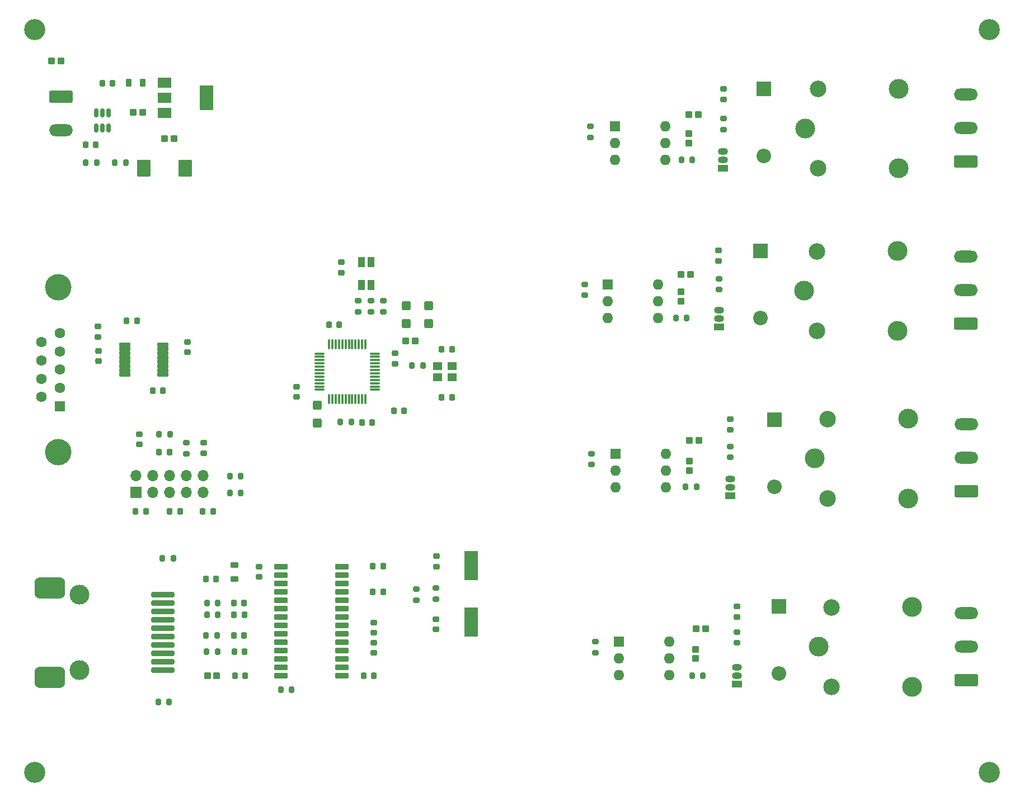
<source format=gbr>
%TF.GenerationSoftware,KiCad,Pcbnew,7.0.10*%
%TF.CreationDate,2025-05-21T01:52:54+02:00*%
%TF.ProjectId,LoadController,4c6f6164-436f-46e7-9472-6f6c6c65722e,rev?*%
%TF.SameCoordinates,Original*%
%TF.FileFunction,Soldermask,Top*%
%TF.FilePolarity,Negative*%
%FSLAX46Y46*%
G04 Gerber Fmt 4.6, Leading zero omitted, Abs format (unit mm)*
G04 Created by KiCad (PCBNEW 7.0.10) date 2025-05-21 01:52:54*
%MOMM*%
%LPD*%
G01*
G04 APERTURE LIST*
G04 Aperture macros list*
%AMRoundRect*
0 Rectangle with rounded corners*
0 $1 Rounding radius*
0 $2 $3 $4 $5 $6 $7 $8 $9 X,Y pos of 4 corners*
0 Add a 4 corners polygon primitive as box body*
4,1,4,$2,$3,$4,$5,$6,$7,$8,$9,$2,$3,0*
0 Add four circle primitives for the rounded corners*
1,1,$1+$1,$2,$3*
1,1,$1+$1,$4,$5*
1,1,$1+$1,$6,$7*
1,1,$1+$1,$8,$9*
0 Add four rect primitives between the rounded corners*
20,1,$1+$1,$2,$3,$4,$5,0*
20,1,$1+$1,$4,$5,$6,$7,0*
20,1,$1+$1,$6,$7,$8,$9,0*
20,1,$1+$1,$8,$9,$2,$3,0*%
G04 Aperture macros list end*
%ADD10C,3.200000*%
%ADD11RoundRect,0.250000X0.425000X-0.450000X0.425000X0.450000X-0.425000X0.450000X-0.425000X-0.450000X0*%
%ADD12RoundRect,0.250000X-0.425000X0.450000X-0.425000X-0.450000X0.425000X-0.450000X0.425000X0.450000X0*%
%ADD13RoundRect,0.218750X0.218750X0.256250X-0.218750X0.256250X-0.218750X-0.256250X0.218750X-0.256250X0*%
%ADD14RoundRect,0.200000X0.200000X0.275000X-0.200000X0.275000X-0.200000X-0.275000X0.200000X-0.275000X0*%
%ADD15RoundRect,0.200000X0.275000X-0.200000X0.275000X0.200000X-0.275000X0.200000X-0.275000X-0.200000X0*%
%ADD16RoundRect,0.250000X-0.287500X-0.275000X0.287500X-0.275000X0.287500X0.275000X-0.287500X0.275000X0*%
%ADD17RoundRect,0.225000X-0.225000X-0.250000X0.225000X-0.250000X0.225000X0.250000X-0.225000X0.250000X0*%
%ADD18RoundRect,0.225000X-0.250000X0.225000X-0.250000X-0.225000X0.250000X-0.225000X0.250000X0.225000X0*%
%ADD19RoundRect,0.218750X0.256250X-0.218750X0.256250X0.218750X-0.256250X0.218750X-0.256250X-0.218750X0*%
%ADD20RoundRect,0.225000X0.225000X0.250000X-0.225000X0.250000X-0.225000X-0.250000X0.225000X-0.250000X0*%
%ADD21RoundRect,0.250000X0.287500X0.275000X-0.287500X0.275000X-0.287500X-0.275000X0.287500X-0.275000X0*%
%ADD22R,1.600000X1.600000*%
%ADD23O,1.600000X1.600000*%
%ADD24R,2.000000X1.500000*%
%ADD25R,2.000000X3.800000*%
%ADD26RoundRect,0.075000X0.075000X0.662500X-0.075000X0.662500X-0.075000X-0.662500X0.075000X-0.662500X0*%
%ADD27RoundRect,0.075000X0.662500X0.075000X-0.662500X0.075000X-0.662500X-0.075000X0.662500X-0.075000X0*%
%ADD28R,2.200000X2.200000*%
%ADD29O,2.200000X2.200000*%
%ADD30O,1.700000X1.700000*%
%ADD31R,1.700000X1.700000*%
%ADD32R,1.400000X1.200000*%
%ADD33RoundRect,0.200000X-0.200000X-0.275000X0.200000X-0.275000X0.200000X0.275000X-0.200000X0.275000X0*%
%ADD34R,2.000000X4.500000*%
%ADD35RoundRect,0.250000X-0.787500X-1.025000X0.787500X-1.025000X0.787500X1.025000X-0.787500X1.025000X0*%
%ADD36RoundRect,0.250000X1.550000X-0.650000X1.550000X0.650000X-1.550000X0.650000X-1.550000X-0.650000X0*%
%ADD37O,3.600000X1.800000*%
%ADD38RoundRect,0.225000X0.250000X-0.225000X0.250000X0.225000X-0.250000X0.225000X-0.250000X-0.225000X0*%
%ADD39RoundRect,0.200000X-0.275000X0.200000X-0.275000X-0.200000X0.275000X-0.200000X0.275000X0.200000X0*%
%ADD40RoundRect,0.218750X-0.218750X-0.381250X0.218750X-0.381250X0.218750X0.381250X-0.218750X0.381250X0*%
%ADD41RoundRect,0.250000X-0.275000X0.287500X-0.275000X-0.287500X0.275000X-0.287500X0.275000X0.287500X0*%
%ADD42RoundRect,0.218750X-0.218750X-0.256250X0.218750X-0.256250X0.218750X0.256250X-0.218750X0.256250X0*%
%ADD43RoundRect,0.076750X-0.775250X-0.230250X0.775250X-0.230250X0.775250X0.230250X-0.775250X0.230250X0*%
%ADD44R,1.500000X1.050000*%
%ADD45O,1.500000X1.050000*%
%ADD46R,1.000000X1.500000*%
%ADD47C,3.000000*%
%ADD48C,2.500000*%
%ADD49C,4.000000*%
%ADD50C,1.600000*%
%ADD51RoundRect,0.200000X1.550000X0.200000X-1.550000X0.200000X-1.550000X-0.200000X1.550000X-0.200000X0*%
%ADD52RoundRect,0.815000X1.485000X0.815000X-1.485000X0.815000X-1.485000X-0.815000X1.485000X-0.815000X0*%
%ADD53RoundRect,0.250000X-1.550000X0.650000X-1.550000X-0.650000X1.550000X-0.650000X1.550000X0.650000X0*%
%ADD54RoundRect,0.100500X-0.951500X-0.301500X0.951500X-0.301500X0.951500X0.301500X-0.951500X0.301500X0*%
%ADD55RoundRect,0.218750X-0.381250X0.218750X-0.381250X-0.218750X0.381250X-0.218750X0.381250X0.218750X0*%
%ADD56RoundRect,0.150000X-0.150000X0.512500X-0.150000X-0.512500X0.150000X-0.512500X0.150000X0.512500X0*%
G04 APERTURE END LIST*
D10*
%TO.C,H4*%
X199125000Y-150750000D03*
%TD*%
%TO.C,H3*%
X54750000Y-150750000D03*
%TD*%
%TO.C,H2*%
X199125000Y-38250000D03*
%TD*%
%TO.C,H1*%
X54750000Y-38250000D03*
%TD*%
D11*
%TO.C,C25*%
X110905000Y-80100000D03*
X110905000Y-82800000D03*
%TD*%
%TO.C,C24*%
X114305000Y-80075000D03*
X114305000Y-82775000D03*
%TD*%
D12*
%TO.C,C16*%
X97450000Y-97800000D03*
X97450000Y-95100000D03*
%TD*%
D13*
%TO.C,D5*%
X75087500Y-102275000D03*
X73512500Y-102275000D03*
%TD*%
D14*
%TO.C,R6*%
X82430000Y-126895000D03*
X80780000Y-126895000D03*
%TD*%
D15*
%TO.C,R23*%
X158249999Y-77629999D03*
X158249999Y-75979999D03*
%TD*%
D16*
%TO.C,C34*%
X153775000Y-100505000D03*
X155200000Y-100505000D03*
%TD*%
D17*
%TO.C,C7*%
X105875000Y-123370000D03*
X107425000Y-123370000D03*
%TD*%
D18*
%TO.C,C23*%
X70550000Y-101050000D03*
X70550000Y-99500000D03*
%TD*%
D17*
%TO.C,C10*%
X80612500Y-121475000D03*
X82162500Y-121475000D03*
%TD*%
D13*
%TO.C,D4*%
X76687500Y-111250000D03*
X75112500Y-111250000D03*
%TD*%
D19*
%TO.C,D2*%
X80287500Y-102417500D03*
X80287500Y-100842500D03*
%TD*%
D20*
%TO.C,C40*%
X63975000Y-55700000D03*
X62425000Y-55700000D03*
%TD*%
D17*
%TO.C,C5*%
X105875000Y-119495000D03*
X107425000Y-119495000D03*
%TD*%
D15*
%TO.C,R30*%
X160942500Y-131120000D03*
X160942500Y-129470000D03*
%TD*%
D21*
%TO.C,L3*%
X110830000Y-85375000D03*
X112255000Y-85375000D03*
%TD*%
D18*
%TO.C,C26*%
X101145000Y-75030000D03*
X101145000Y-73480000D03*
%TD*%
D22*
%TO.C,U4*%
X141399999Y-76879999D03*
D23*
X141399999Y-79419999D03*
X141399999Y-81959999D03*
X149019999Y-81959999D03*
X149019999Y-79419999D03*
X149019999Y-76879999D03*
%TD*%
D17*
%TO.C,C4*%
X84830000Y-130045000D03*
X86380000Y-130045000D03*
%TD*%
D18*
%TO.C,C29*%
X64320000Y-86925000D03*
X64320000Y-88475000D03*
%TD*%
D15*
%TO.C,R14*%
X77687500Y-102475000D03*
X77687500Y-100825000D03*
%TD*%
%TO.C,R19*%
X137950000Y-78475000D03*
X137950000Y-76825000D03*
%TD*%
D24*
%TO.C,U9*%
X74375000Y-46275000D03*
X74375000Y-48575000D03*
D25*
X80675000Y-48575000D03*
D24*
X74375000Y-50875000D03*
%TD*%
D26*
%TO.C,U2*%
X104750000Y-94212500D03*
X104250000Y-94212500D03*
X103750000Y-94212500D03*
X103250000Y-94212500D03*
X102750000Y-94212500D03*
X102250000Y-94212500D03*
X101750000Y-94212500D03*
X101250000Y-94212500D03*
X100750000Y-94212500D03*
X100250000Y-94212500D03*
X99750000Y-94212500D03*
X99250000Y-94212500D03*
D27*
X97837500Y-92800000D03*
X97837500Y-92300000D03*
X97837500Y-91800000D03*
X97837500Y-91300000D03*
X97837500Y-90800000D03*
X97837500Y-90300000D03*
X97837500Y-89800000D03*
X97837500Y-89300000D03*
X97837500Y-88800000D03*
X97837500Y-88300000D03*
X97837500Y-87800000D03*
X97837500Y-87300000D03*
D26*
X99250000Y-85887500D03*
X99750000Y-85887500D03*
X100250000Y-85887500D03*
X100750000Y-85887500D03*
X101250000Y-85887500D03*
X101750000Y-85887500D03*
X102250000Y-85887500D03*
X102750000Y-85887500D03*
X103250000Y-85887500D03*
X103750000Y-85887500D03*
X104250000Y-85887500D03*
X104750000Y-85887500D03*
D27*
X106162500Y-87300000D03*
X106162500Y-87800000D03*
X106162500Y-88300000D03*
X106162500Y-88800000D03*
X106162500Y-89300000D03*
X106162500Y-89800000D03*
X106162500Y-90300000D03*
X106162500Y-90800000D03*
X106162500Y-91300000D03*
X106162500Y-91800000D03*
X106162500Y-92300000D03*
X106162500Y-92800000D03*
%TD*%
D15*
%TO.C,R26*%
X139525000Y-132625000D03*
X139525000Y-130975000D03*
%TD*%
D28*
%TO.C,D14*%
X167292500Y-125620000D03*
D29*
X167292500Y-135780000D03*
%TD*%
D30*
%TO.C,J3*%
X80197500Y-105835000D03*
X80197500Y-108375000D03*
X77657500Y-105835000D03*
X77657500Y-108375000D03*
X75117500Y-105835000D03*
X75117500Y-108375000D03*
X72577500Y-105835000D03*
X72577500Y-108375000D03*
X70037500Y-105835000D03*
D31*
X70037500Y-108375000D03*
%TD*%
D32*
%TO.C,Y2*%
X115630000Y-90900000D03*
X117830000Y-90900000D03*
X117830000Y-89200000D03*
X115630000Y-89200000D03*
%TD*%
D22*
%TO.C,U7*%
X143142500Y-130970000D03*
D23*
X143142500Y-133510000D03*
X143142500Y-136050000D03*
X150762500Y-136050000D03*
X150762500Y-133510000D03*
X150762500Y-130970000D03*
%TD*%
D17*
%TO.C,C6*%
X84915000Y-132475000D03*
X86465000Y-132475000D03*
%TD*%
%TO.C,C13*%
X85030000Y-136070000D03*
X86580000Y-136070000D03*
%TD*%
D33*
%TO.C,R9*%
X73400000Y-140100000D03*
X75050000Y-140100000D03*
%TD*%
D34*
%TO.C,Y1*%
X120712500Y-119450000D03*
X120712500Y-127950000D03*
%TD*%
D35*
%TO.C,C41*%
X71237500Y-59200000D03*
X77462500Y-59200000D03*
%TD*%
D36*
%TO.C,J5*%
X195592500Y-82805000D03*
D37*
X195592500Y-77725000D03*
X195592500Y-72645000D03*
%TD*%
D38*
%TO.C,C11*%
X105975000Y-129625000D03*
X105975000Y-128075000D03*
%TD*%
D28*
%TO.C,D13*%
X166625000Y-97300000D03*
D29*
X166625000Y-107460000D03*
%TD*%
D33*
%TO.C,R28*%
X154192500Y-136070000D03*
X155842500Y-136070000D03*
%TD*%
%TO.C,R10*%
X113430000Y-89150000D03*
X111780000Y-89150000D03*
%TD*%
D15*
%TO.C,R24*%
X158900000Y-53355000D03*
X158900000Y-51705000D03*
%TD*%
D39*
%TO.C,R3*%
X112412500Y-123000000D03*
X112412500Y-124650000D03*
%TD*%
D17*
%TO.C,C31*%
X72550000Y-92950000D03*
X74100000Y-92950000D03*
%TD*%
D40*
%TO.C,L8*%
X68950000Y-46275000D03*
X71075000Y-46275000D03*
%TD*%
D41*
%TO.C,L7*%
X153775000Y-103580000D03*
X153775000Y-105005000D03*
%TD*%
D14*
%TO.C,R7*%
X80780000Y-125095000D03*
X82430000Y-125095000D03*
%TD*%
D22*
%TO.C,U6*%
X142605000Y-102465000D03*
D23*
X142605000Y-105005000D03*
X142605000Y-107545000D03*
X150225000Y-107545000D03*
X150225000Y-105005000D03*
X150225000Y-102465000D03*
%TD*%
D38*
%TO.C,C20*%
X94300000Y-92300000D03*
X94300000Y-93850000D03*
%TD*%
D33*
%TO.C,R12*%
X84237500Y-105880000D03*
X85887500Y-105880000D03*
%TD*%
D42*
%TO.C,D3*%
X80112500Y-111250000D03*
X81687500Y-111250000D03*
%TD*%
D43*
%TO.C,U3*%
X68322500Y-85960750D03*
X68322500Y-86610750D03*
X68322500Y-87260750D03*
X68322500Y-87910750D03*
X68322500Y-88560750D03*
X68322500Y-89210750D03*
X68322500Y-89860750D03*
X68322500Y-90510750D03*
X74092500Y-90510750D03*
X74092500Y-89860750D03*
X74092500Y-89210750D03*
X74092500Y-88560750D03*
X74092500Y-87910750D03*
X74092500Y-87260750D03*
X74092500Y-86610750D03*
X74092500Y-85960750D03*
%TD*%
D33*
%TO.C,R8*%
X74050000Y-118325000D03*
X75700000Y-118325000D03*
%TD*%
D41*
%TO.C,L4*%
X153725000Y-54005000D03*
X153725000Y-55430000D03*
%TD*%
D18*
%TO.C,C12*%
X106000000Y-131100000D03*
X106000000Y-132650000D03*
%TD*%
D17*
%TO.C,C9*%
X84855000Y-125095000D03*
X86405000Y-125095000D03*
%TD*%
D18*
%TO.C,C3*%
X88655000Y-119595000D03*
X88655000Y-121145000D03*
%TD*%
D15*
%TO.C,R29*%
X159925000Y-103030000D03*
X159925000Y-101380000D03*
%TD*%
D44*
%TO.C,Q1*%
X158224999Y-83274999D03*
D45*
X158224999Y-82004999D03*
X158224999Y-80734999D03*
%TD*%
D20*
%TO.C,C30*%
X70170000Y-82375000D03*
X68620000Y-82375000D03*
%TD*%
D22*
%TO.C,U5*%
X142500000Y-52880000D03*
D23*
X142500000Y-55420000D03*
X142500000Y-57960000D03*
X150120000Y-57960000D03*
X150120000Y-55420000D03*
X150120000Y-52880000D03*
%TD*%
D19*
%TO.C,D11*%
X159925000Y-98855000D03*
X159925000Y-97280000D03*
%TD*%
D17*
%TO.C,C19*%
X100780000Y-82950000D03*
X99230000Y-82950000D03*
%TD*%
D46*
%TO.C,D6*%
X104170000Y-73430000D03*
X105570000Y-73430000D03*
X105570000Y-76930000D03*
X104170000Y-76930000D03*
%TD*%
D15*
%TO.C,R1*%
X115437500Y-124475000D03*
X115437500Y-122825000D03*
%TD*%
D29*
%TO.C,D10*%
X165000000Y-57335000D03*
D28*
X165000000Y-47175000D03*
%TD*%
D17*
%TO.C,C18*%
X116300000Y-86700000D03*
X117850000Y-86700000D03*
%TD*%
D21*
%TO.C,C37*%
X71025000Y-50775000D03*
X69600000Y-50775000D03*
%TD*%
D15*
%TO.C,R20*%
X138775000Y-54550000D03*
X138775000Y-52900000D03*
%TD*%
D33*
%TO.C,R31*%
X62425000Y-58350000D03*
X64075000Y-58350000D03*
%TD*%
D47*
%TO.C,K4*%
X173292500Y-131730000D03*
D48*
X175242500Y-137780000D03*
D47*
X187442500Y-137780000D03*
X187492500Y-125730000D03*
D48*
X175242500Y-125780000D03*
%TD*%
D47*
%TO.C,K3*%
X172700000Y-103180000D03*
D48*
X174650000Y-109230000D03*
D47*
X186850000Y-109230000D03*
X186900000Y-97180000D03*
D48*
X174650000Y-97230000D03*
%TD*%
D44*
%TO.C,Q4*%
X160967500Y-137360000D03*
D45*
X160967500Y-136090000D03*
X160967500Y-134820000D03*
%TD*%
D47*
%TO.C,K1*%
X171100000Y-77780000D03*
D48*
X173050000Y-83830000D03*
D47*
X185250000Y-83830000D03*
X185300000Y-71780000D03*
D48*
X173050000Y-71830000D03*
%TD*%
D18*
%TO.C,C2*%
X115512500Y-118025000D03*
X115512500Y-119575000D03*
%TD*%
D19*
%TO.C,D7*%
X158200000Y-73275000D03*
X158200000Y-71700000D03*
%TD*%
D16*
%TO.C,C39*%
X74350000Y-54725000D03*
X75775000Y-54725000D03*
%TD*%
D15*
%TO.C,R16*%
X107450000Y-79325000D03*
X107450000Y-80975000D03*
%TD*%
D49*
%TO.C,J4*%
X58250331Y-77235000D03*
X58250331Y-102235000D03*
D22*
X58550331Y-95275000D03*
D50*
X58550331Y-92505000D03*
X58550331Y-89735000D03*
X58550331Y-86965000D03*
X58550331Y-84195000D03*
X55710331Y-93890000D03*
X55710331Y-91120000D03*
X55710331Y-88350000D03*
X55710331Y-85580000D03*
%TD*%
D19*
%TO.C,D12*%
X160942500Y-127220000D03*
X160942500Y-125645000D03*
%TD*%
D36*
%TO.C,J6*%
X195592500Y-58205000D03*
D37*
X195592500Y-53125000D03*
X195592500Y-48045000D03*
%TD*%
D16*
%TO.C,C32*%
X152474999Y-75304999D03*
X153899999Y-75304999D03*
%TD*%
D14*
%TO.C,R5*%
X82302500Y-130045000D03*
X80652500Y-130045000D03*
%TD*%
%TO.C,R4*%
X82362500Y-132475000D03*
X80712500Y-132475000D03*
%TD*%
D19*
%TO.C,D8*%
X158900000Y-48775000D03*
X158900000Y-47200000D03*
%TD*%
D38*
%TO.C,C1*%
X115412500Y-129100000D03*
X115412500Y-127550000D03*
%TD*%
D36*
%TO.C,J7*%
X195692500Y-108205000D03*
D37*
X195692500Y-103125000D03*
X195692500Y-98045000D03*
%TD*%
D41*
%TO.C,L5*%
X152474999Y-77979999D03*
X152474999Y-79404999D03*
%TD*%
D15*
%TO.C,R17*%
X105600000Y-79325000D03*
X105600000Y-80975000D03*
%TD*%
D44*
%TO.C,Q2*%
X158875000Y-59245000D03*
D45*
X158875000Y-57975000D03*
X158875000Y-56705000D03*
%TD*%
D33*
%TO.C,R21*%
X151724999Y-81954999D03*
X153374999Y-81954999D03*
%TD*%
D47*
%TO.C,J2*%
X61487500Y-135290000D03*
X61487500Y-123860000D03*
D51*
X74137500Y-135290000D03*
X74137500Y-134020000D03*
X74137500Y-132750000D03*
X74137500Y-131480000D03*
X74137500Y-130210000D03*
X74137500Y-128940000D03*
X74137500Y-127670000D03*
X74137500Y-126400000D03*
X74137500Y-125130000D03*
X74137500Y-123860000D03*
D52*
X56987500Y-136345000D03*
X56987500Y-122805000D03*
%TD*%
D16*
%TO.C,L2*%
X80830000Y-136095000D03*
X82255000Y-136095000D03*
%TD*%
D53*
%TO.C,J1*%
X58707500Y-48415000D03*
D37*
X58707500Y-53495000D03*
%TD*%
D18*
%TO.C,C27*%
X64270000Y-83225000D03*
X64270000Y-84775000D03*
%TD*%
D44*
%TO.C,Q3*%
X159925000Y-108845000D03*
D45*
X159925000Y-107575000D03*
X159925000Y-106305000D03*
%TD*%
D33*
%TO.C,R22*%
X152550000Y-57955000D03*
X154200000Y-57955000D03*
%TD*%
D42*
%TO.C,D1*%
X69987500Y-111250000D03*
X71562500Y-111250000D03*
%TD*%
D21*
%TO.C,C36*%
X58650000Y-42975000D03*
X57225000Y-42975000D03*
%TD*%
D33*
%TO.C,R27*%
X153200000Y-107530000D03*
X154850000Y-107530000D03*
%TD*%
D15*
%TO.C,R18*%
X103625000Y-79325000D03*
X103625000Y-80975000D03*
%TD*%
D54*
%TO.C,U1*%
X91945000Y-119570000D03*
X91945000Y-120840000D03*
X91945000Y-122110000D03*
X91945000Y-123380000D03*
X91945000Y-124650000D03*
X91945000Y-125920000D03*
X91945000Y-127190000D03*
X91945000Y-128460000D03*
X91945000Y-129730000D03*
X91945000Y-131000000D03*
X91945000Y-132270000D03*
X91945000Y-133540000D03*
X91945000Y-134810000D03*
X91945000Y-136080000D03*
X101155000Y-136080000D03*
X101155000Y-134810000D03*
X101155000Y-133540000D03*
X101155000Y-132270000D03*
X101155000Y-131000000D03*
X101155000Y-129730000D03*
X101155000Y-128460000D03*
X101155000Y-127190000D03*
X101155000Y-125920000D03*
X101155000Y-124650000D03*
X101155000Y-123380000D03*
X101155000Y-122110000D03*
X101155000Y-120840000D03*
X101155000Y-119570000D03*
%TD*%
D18*
%TO.C,C28*%
X77825000Y-85525000D03*
X77825000Y-87075000D03*
%TD*%
D36*
%TO.C,J8*%
X195692500Y-136755000D03*
D37*
X195692500Y-131675000D03*
X195692500Y-126595000D03*
%TD*%
D17*
%TO.C,C21*%
X110625000Y-95950000D03*
X109075000Y-95950000D03*
%TD*%
%TO.C,C14*%
X104480000Y-136070000D03*
X106030000Y-136070000D03*
%TD*%
%TO.C,C8*%
X84880000Y-126895000D03*
X86430000Y-126895000D03*
%TD*%
D28*
%TO.C,D9*%
X164550000Y-71725000D03*
D29*
X164550000Y-81885000D03*
%TD*%
D55*
%TO.C,L1*%
X84950000Y-119350000D03*
X84950000Y-121475000D03*
%TD*%
D47*
%TO.C,K2*%
X171275000Y-53180000D03*
D48*
X173225000Y-59230000D03*
D47*
X185425000Y-59230000D03*
X185475000Y-47180000D03*
D48*
X173225000Y-47230000D03*
%TD*%
D33*
%TO.C,R2*%
X91950000Y-138250000D03*
X93600000Y-138250000D03*
%TD*%
%TO.C,R13*%
X84237500Y-108450000D03*
X85887500Y-108450000D03*
%TD*%
D15*
%TO.C,R25*%
X138975000Y-104125000D03*
X138975000Y-102475000D03*
%TD*%
D41*
%TO.C,L6*%
X154742500Y-132095000D03*
X154742500Y-133520000D03*
%TD*%
D14*
%TO.C,R15*%
X73512500Y-99505000D03*
X75162500Y-99505000D03*
%TD*%
D16*
%TO.C,C35*%
X154792500Y-128970000D03*
X156217500Y-128970000D03*
%TD*%
D33*
%TO.C,R32*%
X66825000Y-58350000D03*
X68475000Y-58350000D03*
%TD*%
D17*
%TO.C,C38*%
X64950000Y-46325000D03*
X66500000Y-46325000D03*
%TD*%
D56*
%TO.C,U8*%
X65887500Y-50842500D03*
X64937500Y-50842500D03*
X63987500Y-50842500D03*
X63987500Y-53117500D03*
X64937500Y-53117500D03*
X65887500Y-53117500D03*
%TD*%
D38*
%TO.C,C22*%
X109225000Y-87275000D03*
X109225000Y-88825000D03*
%TD*%
D16*
%TO.C,C33*%
X153725000Y-51130000D03*
X155150000Y-51130000D03*
%TD*%
D17*
%TO.C,C15*%
X116300000Y-93975000D03*
X117850000Y-93975000D03*
%TD*%
D20*
%TO.C,C17*%
X104250000Y-97725000D03*
X105800000Y-97725000D03*
%TD*%
D14*
%TO.C,R11*%
X102605000Y-97700000D03*
X100955000Y-97700000D03*
%TD*%
M02*

</source>
